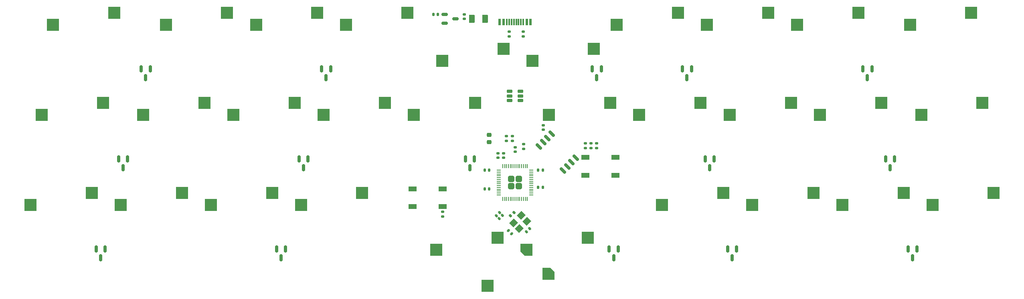
<source format=gbp>
%TF.GenerationSoftware,KiCad,Pcbnew,7.0.6*%
%TF.CreationDate,2023-07-12T00:22:12-04:00*%
%TF.ProjectId,littolRP2040,6c697474-6f6c-4525-9032-3034302e6b69,rev?*%
%TF.SameCoordinates,Original*%
%TF.FileFunction,Paste,Bot*%
%TF.FilePolarity,Positive*%
%FSLAX46Y46*%
G04 Gerber Fmt 4.6, Leading zero omitted, Abs format (unit mm)*
G04 Created by KiCad (PCBNEW 7.0.6) date 2023-07-12 00:22:12*
%MOMM*%
%LPD*%
G01*
G04 APERTURE LIST*
G04 Aperture macros list*
%AMRoundRect*
0 Rectangle with rounded corners*
0 $1 Rounding radius*
0 $2 $3 $4 $5 $6 $7 $8 $9 X,Y pos of 4 corners*
0 Add a 4 corners polygon primitive as box body*
4,1,4,$2,$3,$4,$5,$6,$7,$8,$9,$2,$3,0*
0 Add four circle primitives for the rounded corners*
1,1,$1+$1,$2,$3*
1,1,$1+$1,$4,$5*
1,1,$1+$1,$6,$7*
1,1,$1+$1,$8,$9*
0 Add four rect primitives between the rounded corners*
20,1,$1+$1,$2,$3,$4,$5,0*
20,1,$1+$1,$4,$5,$6,$7,0*
20,1,$1+$1,$6,$7,$8,$9,0*
20,1,$1+$1,$8,$9,$2,$3,0*%
%AMRotRect*
0 Rectangle, with rotation*
0 The origin of the aperture is its center*
0 $1 length*
0 $2 width*
0 $3 Rotation angle, in degrees counterclockwise*
0 Add horizontal line*
21,1,$1,$2,0,0,$3*%
%AMOutline5P*
0 Free polygon, 5 corners , with rotation*
0 The origin of the aperture is its center*
0 number of corners: always 5*
0 $1 to $10 corner X, Y*
0 $11 Rotation angle, in degrees counterclockwise*
0 create outline with 5 corners*
4,1,5,$1,$2,$3,$4,$5,$6,$7,$8,$9,$10,$1,$2,$11*%
%AMOutline6P*
0 Free polygon, 6 corners , with rotation*
0 The origin of the aperture is its center*
0 number of corners: always 6*
0 $1 to $12 corner X, Y*
0 $13 Rotation angle, in degrees counterclockwise*
0 create outline with 6 corners*
4,1,6,$1,$2,$3,$4,$5,$6,$7,$8,$9,$10,$11,$12,$1,$2,$13*%
%AMOutline7P*
0 Free polygon, 7 corners , with rotation*
0 The origin of the aperture is its center*
0 number of corners: always 7*
0 $1 to $14 corner X, Y*
0 $15 Rotation angle, in degrees counterclockwise*
0 create outline with 7 corners*
4,1,7,$1,$2,$3,$4,$5,$6,$7,$8,$9,$10,$11,$12,$13,$14,$1,$2,$15*%
%AMOutline8P*
0 Free polygon, 8 corners , with rotation*
0 The origin of the aperture is its center*
0 number of corners: always 8*
0 $1 to $16 corner X, Y*
0 $17 Rotation angle, in degrees counterclockwise*
0 create outline with 8 corners*
4,1,8,$1,$2,$3,$4,$5,$6,$7,$8,$9,$10,$11,$12,$13,$14,$15,$16,$1,$2,$17*%
G04 Aperture macros list end*
%ADD10Outline5P,-1.275000X1.250000X1.275000X1.250000X1.275000X-1.250000X-0.400000X-1.250000X-1.275000X-0.375000X180.000000*%
%ADD11R,2.550000X2.500000*%
%ADD12Outline5P,-1.275000X1.250000X1.275000X1.250000X1.275000X-1.250000X-0.400000X-1.250000X-1.275000X-0.375000X0.000000*%
%ADD13RoundRect,0.140000X-0.140000X-0.170000X0.140000X-0.170000X0.140000X0.170000X-0.140000X0.170000X0*%
%ADD14RoundRect,0.150000X-0.150000X0.587500X-0.150000X-0.587500X0.150000X-0.587500X0.150000X0.587500X0*%
%ADD15RoundRect,0.140000X0.170000X-0.140000X0.170000X0.140000X-0.170000X0.140000X-0.170000X-0.140000X0*%
%ADD16RoundRect,0.250000X0.375000X0.625000X-0.375000X0.625000X-0.375000X-0.625000X0.375000X-0.625000X0*%
%ADD17RoundRect,0.150000X-0.512500X-0.150000X0.512500X-0.150000X0.512500X0.150000X-0.512500X0.150000X0*%
%ADD18RotRect,1.400000X1.200000X45.000000*%
%ADD19RoundRect,0.140000X0.021213X-0.219203X0.219203X-0.021213X-0.021213X0.219203X-0.219203X0.021213X0*%
%ADD20RoundRect,0.135000X-0.185000X0.135000X-0.185000X-0.135000X0.185000X-0.135000X0.185000X0.135000X0*%
%ADD21RoundRect,0.140000X-0.021213X0.219203X-0.219203X0.021213X0.021213X-0.219203X0.219203X-0.021213X0*%
%ADD22RoundRect,0.135000X0.185000X-0.135000X0.185000X0.135000X-0.185000X0.135000X-0.185000X-0.135000X0*%
%ADD23RoundRect,0.150000X0.475000X0.150000X-0.475000X0.150000X-0.475000X-0.150000X0.475000X-0.150000X0*%
%ADD24RoundRect,0.140000X0.140000X0.170000X-0.140000X0.170000X-0.140000X-0.170000X0.140000X-0.170000X0*%
%ADD25RoundRect,0.225000X0.250000X-0.225000X0.250000X0.225000X-0.250000X0.225000X-0.250000X-0.225000X0*%
%ADD26RoundRect,0.249999X0.395001X0.395001X-0.395001X0.395001X-0.395001X-0.395001X0.395001X-0.395001X0*%
%ADD27RoundRect,0.050000X0.387500X0.050000X-0.387500X0.050000X-0.387500X-0.050000X0.387500X-0.050000X0*%
%ADD28RoundRect,0.050000X0.050000X0.387500X-0.050000X0.387500X-0.050000X-0.387500X0.050000X-0.387500X0*%
%ADD29RoundRect,0.150000X0.565685X-0.353553X-0.353553X0.565685X-0.565685X0.353553X0.353553X-0.565685X0*%
%ADD30RoundRect,0.135000X0.035355X-0.226274X0.226274X-0.035355X-0.035355X0.226274X-0.226274X0.035355X0*%
%ADD31R,1.700000X1.000000*%
%ADD32R,0.600000X1.450000*%
%ADD33R,0.300000X1.450000*%
%ADD34RoundRect,0.140000X0.219203X0.021213X0.021213X0.219203X-0.219203X-0.021213X-0.021213X-0.219203X0*%
G04 APERTURE END LIST*
D10*
%TO.C,MX19*%
X159485384Y-125174684D03*
D11*
X146558384Y-127714684D03*
%TD*%
D12*
%TO.C,MX18*%
X154840408Y-120094684D03*
D11*
X167767408Y-117554684D03*
%TD*%
%TO.C,MX24*%
X197722847Y-91519612D03*
X210649847Y-88979612D03*
%TD*%
%TO.C,MX25*%
X202485359Y-110569660D03*
X215412359Y-108029660D03*
%TD*%
%TO.C,MX1*%
X54807825Y-72469564D03*
X67734825Y-69929564D03*
%TD*%
%TO.C,MX17*%
X159583089Y-91519612D03*
X172510089Y-88979612D03*
%TD*%
%TO.C,MX27*%
X216772895Y-91519612D03*
X229699895Y-88979612D03*
%TD*%
%TO.C,MX2*%
X52466231Y-91519612D03*
X65393231Y-88979612D03*
%TD*%
%TO.C,MX5*%
X73857873Y-91519612D03*
X86784873Y-88979612D03*
%TD*%
%TO.C,MX22*%
X183435311Y-110569660D03*
X196362311Y-108029660D03*
%TD*%
%TO.C,MX3*%
X50065144Y-110569660D03*
X62992144Y-108029660D03*
%TD*%
%TO.C,MX11*%
X111977800Y-91519612D03*
X124904800Y-88979612D03*
%TD*%
%TO.C,MX14*%
X131008017Y-91519612D03*
X143935017Y-88979612D03*
%TD*%
%TO.C,MX8*%
X92907921Y-91519612D03*
X105834921Y-88979612D03*
%TD*%
%TO.C,MX10*%
X116720481Y-72469564D03*
X129647481Y-69929564D03*
%TD*%
%TO.C,MX7*%
X97710095Y-72469564D03*
X110637095Y-69929564D03*
%TD*%
%TO.C,MX15*%
X135790360Y-120094684D03*
X148717360Y-117554684D03*
%TD*%
%TO.C,MX9*%
X88185071Y-110569660D03*
X101112071Y-108029660D03*
%TD*%
%TO.C,MX29*%
X235803112Y-72469564D03*
X248730112Y-69929564D03*
%TD*%
%TO.C,MX12*%
X107195457Y-110569660D03*
X120122457Y-108029660D03*
%TD*%
%TO.C,MX21*%
X178633137Y-91519612D03*
X191560137Y-88979612D03*
%TD*%
%TO.C,MX6*%
X69135023Y-110569660D03*
X82062023Y-108029660D03*
%TD*%
%TO.C,MX30*%
X238164537Y-91519612D03*
X251091537Y-88979612D03*
%TD*%
%TO.C,MX13*%
X149940529Y-77549564D03*
X137013529Y-80089564D03*
%TD*%
%TO.C,MX16*%
X168990577Y-77549564D03*
X156063577Y-80089564D03*
%TD*%
%TO.C,MX28*%
X221515576Y-110569660D03*
X234442576Y-108029660D03*
%TD*%
%TO.C,MX26*%
X211990552Y-72469564D03*
X224917552Y-69929564D03*
%TD*%
%TO.C,MX31*%
X240545793Y-110569660D03*
X253472793Y-108029660D03*
%TD*%
%TO.C,MX20*%
X173870625Y-72469564D03*
X186797625Y-69929564D03*
%TD*%
%TO.C,MX4*%
X78660047Y-72469564D03*
X91587047Y-69929564D03*
%TD*%
%TO.C,MX23*%
X192940504Y-72469564D03*
X205867504Y-69929564D03*
%TD*%
D13*
%TO.C,C13*%
X157278210Y-103231508D03*
X158238210Y-103231508D03*
%TD*%
D14*
%TO.C,D2*%
X68701738Y-100861194D03*
X70601738Y-100861194D03*
X69651738Y-102736194D03*
%TD*%
D15*
%TO.C,C1*%
X141684732Y-71197052D03*
X141684732Y-70237052D03*
%TD*%
D16*
%TO.C,F1*%
X146061302Y-71197052D03*
X143261302Y-71197052D03*
%TD*%
D17*
%TO.C,U2*%
X137570662Y-72147052D03*
X137570662Y-70247052D03*
X139845662Y-71197052D03*
%TD*%
D14*
%TO.C,D10*%
X187764538Y-81811146D03*
X189664538Y-81811146D03*
X188714538Y-83686146D03*
%TD*%
D15*
%TO.C,C6*%
X150019128Y-100608066D03*
X150019128Y-99648066D03*
%TD*%
D18*
%TO.C,Y1*%
X152110013Y-114374925D03*
X153665648Y-112819290D03*
X154867729Y-114021371D03*
X153312094Y-115577006D03*
%TD*%
D15*
%TO.C,C5*%
X158353524Y-94654926D03*
X158353524Y-93694926D03*
%TD*%
D19*
%TO.C,C3*%
X154833263Y-116221361D03*
X155512085Y-115542539D03*
%TD*%
D14*
%TO.C,D15*%
X235389658Y-119911242D03*
X237289658Y-119911242D03*
X236339658Y-121786242D03*
%TD*%
D20*
%TO.C,R6*%
X169664490Y-97512438D03*
X169664490Y-98532438D03*
%TD*%
D21*
%TO.C,C8*%
X149167911Y-112174935D03*
X148489089Y-112853757D03*
%TD*%
D14*
%TO.C,D11*%
X192527050Y-100861194D03*
X194427050Y-100861194D03*
X193477050Y-102736194D03*
%TD*%
D22*
%TO.C,R9*%
X137095650Y-113024346D03*
X137095650Y-112004346D03*
%TD*%
D23*
%TO.C,U1*%
X153575384Y-86561158D03*
X153575384Y-87511158D03*
X153575384Y-88461158D03*
X151225384Y-88461158D03*
X151225384Y-87511158D03*
X151225384Y-86561158D03*
%TD*%
D22*
%TO.C,R7*%
X168473862Y-98532438D03*
X168473862Y-97512438D03*
%TD*%
D24*
%TO.C,C14*%
X146927244Y-107156520D03*
X145967244Y-107156520D03*
%TD*%
D22*
%TO.C,R2*%
X154150384Y-74924250D03*
X154150384Y-73904250D03*
%TD*%
D14*
%TO.C,D6*%
X102039322Y-119911242D03*
X103939322Y-119911242D03*
X102989322Y-121786242D03*
%TD*%
D25*
%TO.C,C9*%
X146927244Y-97301182D03*
X146927244Y-95751182D03*
%TD*%
D26*
%TO.C,U4*%
X153200384Y-106631508D03*
X153200384Y-105031508D03*
X151600384Y-106631508D03*
X151600384Y-105031508D03*
D27*
X155837884Y-103231508D03*
X155837884Y-103631508D03*
X155837884Y-104031508D03*
X155837884Y-104431508D03*
X155837884Y-104831508D03*
X155837884Y-105231508D03*
X155837884Y-105631508D03*
X155837884Y-106031508D03*
X155837884Y-106431508D03*
X155837884Y-106831508D03*
X155837884Y-107231508D03*
X155837884Y-107631508D03*
X155837884Y-108031508D03*
X155837884Y-108431508D03*
D28*
X155000384Y-109269008D03*
X154600384Y-109269008D03*
X154200384Y-109269008D03*
X153800384Y-109269008D03*
X153400384Y-109269008D03*
X153000384Y-109269008D03*
X152600384Y-109269008D03*
X152200384Y-109269008D03*
X151800384Y-109269008D03*
X151400384Y-109269008D03*
X151000384Y-109269008D03*
X150600384Y-109269008D03*
X150200384Y-109269008D03*
X149800384Y-109269008D03*
D27*
X148962884Y-108431508D03*
X148962884Y-108031508D03*
X148962884Y-107631508D03*
X148962884Y-107231508D03*
X148962884Y-106831508D03*
X148962884Y-106431508D03*
X148962884Y-106031508D03*
X148962884Y-105631508D03*
X148962884Y-105231508D03*
X148962884Y-104831508D03*
X148962884Y-104431508D03*
X148962884Y-104031508D03*
X148962884Y-103631508D03*
X148962884Y-103231508D03*
D28*
X149800384Y-102394008D03*
X150200384Y-102394008D03*
X150600384Y-102394008D03*
X151000384Y-102394008D03*
X151400384Y-102394008D03*
X151800384Y-102394008D03*
X152200384Y-102394008D03*
X152600384Y-102394008D03*
X153000384Y-102394008D03*
X153400384Y-102394008D03*
X153800384Y-102394008D03*
X154200384Y-102394008D03*
X154600384Y-102394008D03*
X155000384Y-102394008D03*
%TD*%
D14*
%TO.C,D12*%
X197289562Y-119911242D03*
X199189562Y-119911242D03*
X198239562Y-121786242D03*
%TD*%
D29*
%TO.C,U3*%
X165222717Y-100615984D03*
X164324691Y-101514010D03*
X163426666Y-102412035D03*
X162528640Y-103310061D03*
X157437471Y-98218892D03*
X158335497Y-97320866D03*
X159233522Y-96422841D03*
X160131548Y-95524815D03*
%TD*%
D14*
%TO.C,D9*%
X172286374Y-119911242D03*
X174186374Y-119911242D03*
X173236374Y-121786242D03*
%TD*%
D15*
%TO.C,C11*%
X148828500Y-100608066D03*
X148828500Y-99648066D03*
%TD*%
D20*
%TO.C,R8*%
X167283234Y-97512438D03*
X167283234Y-98532438D03*
%TD*%
D14*
%TO.C,D5*%
X106801834Y-100861194D03*
X108701834Y-100861194D03*
X107751834Y-102736194D03*
%TD*%
D30*
%TO.C,R5*%
X151444446Y-112874970D03*
X152165694Y-112153722D03*
%TD*%
D13*
%TO.C,C15*%
X157278210Y-106831508D03*
X158238210Y-106831508D03*
%TD*%
D14*
%TO.C,D4*%
X111564346Y-81811146D03*
X113464346Y-81811146D03*
X112514346Y-83686146D03*
%TD*%
%TO.C,D3*%
X63939226Y-119911242D03*
X65839226Y-119911242D03*
X64889226Y-121786242D03*
%TD*%
%TO.C,D8*%
X141925360Y-100861194D03*
X143825360Y-100861194D03*
X142875360Y-102736194D03*
%TD*%
%TO.C,D1*%
X73464250Y-81811146D03*
X75364250Y-81811146D03*
X74414250Y-83686146D03*
%TD*%
D22*
%TO.C,R4*%
X150614442Y-97036182D03*
X150614442Y-96016182D03*
%TD*%
D24*
%TO.C,C2*%
X136096278Y-70247052D03*
X135136278Y-70247052D03*
%TD*%
D21*
%TO.C,C16*%
X149763225Y-112770249D03*
X149084403Y-113449071D03*
%TD*%
D31*
%TO.C,RESET1*%
X130795650Y-110956520D03*
X137095650Y-110956520D03*
X130795650Y-107156520D03*
X137095650Y-107156520D03*
%TD*%
D15*
%TO.C,C7*%
X154186326Y-98706810D03*
X154186326Y-97746810D03*
%TD*%
D20*
%TO.C,R1*%
X151150384Y-73904250D03*
X151150384Y-74924250D03*
%TD*%
D15*
%TO.C,C12*%
X152400384Y-99302124D03*
X152400384Y-98342124D03*
%TD*%
D14*
%TO.C,D13*%
X225864634Y-81811146D03*
X227764634Y-81811146D03*
X226814634Y-83686146D03*
%TD*%
D32*
%TO.C,J1*%
X149150384Y-71910796D03*
X149950384Y-71910796D03*
D33*
X151150384Y-71910796D03*
X152150384Y-71910796D03*
X152650384Y-71910796D03*
X153650384Y-71910796D03*
D32*
X154850384Y-71910796D03*
X155650384Y-71910796D03*
X155650384Y-71910796D03*
X154850384Y-71910796D03*
D33*
X154150384Y-71910796D03*
X153150384Y-71910796D03*
X151650384Y-71910796D03*
X150650384Y-71910796D03*
D32*
X149950384Y-71910796D03*
X149150384Y-71910796D03*
%TD*%
D22*
%TO.C,R3*%
X151805070Y-97036182D03*
X151805070Y-96016182D03*
%TD*%
D14*
%TO.C,D7*%
X168714490Y-81811146D03*
X170614490Y-81811146D03*
X169664490Y-83686146D03*
%TD*%
D34*
%TO.C,C4*%
X151702930Y-116662911D03*
X151024108Y-115984089D03*
%TD*%
D14*
%TO.C,D14*%
X230627146Y-100861194D03*
X232527146Y-100861194D03*
X231577146Y-102736194D03*
%TD*%
D24*
%TO.C,C10*%
X146927244Y-103231508D03*
X145967244Y-103231508D03*
%TD*%
D31*
%TO.C,BOOT1*%
X173583234Y-100494008D03*
X167283234Y-100494008D03*
X173583234Y-104294008D03*
X167283234Y-104294008D03*
%TD*%
M02*

</source>
